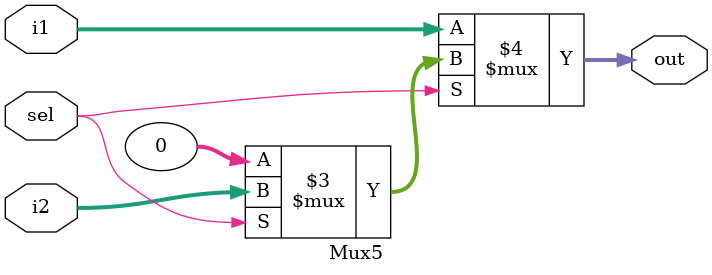
<source format=v>
module Mux1(sel, i1, i2, out);
    input [31:0] i1,i2;
    input sel;
    output [31:0] out;

    assign out = (sel == 1'b0) ? i1 : (sel == 1'b1) ? i2 : 32'd0; 
endmodule

module Mux2(sel, i1, i2, out);
    input [31:0] i1,i2;
    input sel;
    output [31:0] out;

    assign out = (sel == 1'b0) ? i1 : (sel == 1'b1) ? i2 : 32'd0; 
endmodule

module Mux3(sel, i1, i2, i3, out);
    input [31:0] i1,i2,i3;
    input [1:0] sel;
    output [31:0] out;

    assign out = (sel == 2'b00) ? i1 : 
                    (sel == 2'b01) ? i2 : 
                        (sel == 2'b10) ? i3 : 32'd0;
endmodule

module Mux4(sel, i1, i2, i3, out);
    input [31:0] i1,i2,i3;
    input [1:0] sel;
    output [31:0] out;

    assign out = (sel == 2'b00) ? i1 : 
                    (sel == 2'b01) ? i2 : 
                        (sel == 2'b10) ? i3 : 32'd0;
endmodule

module Mux5(sel, i1, i2, out);
    input [31:0] i1,i2;
    input sel;
    output [31:0] out;

    assign out = (sel == 1'b0) ? i1 : (sel == 1'b1) ? i2 : 32'd0; 
endmodule
</source>
